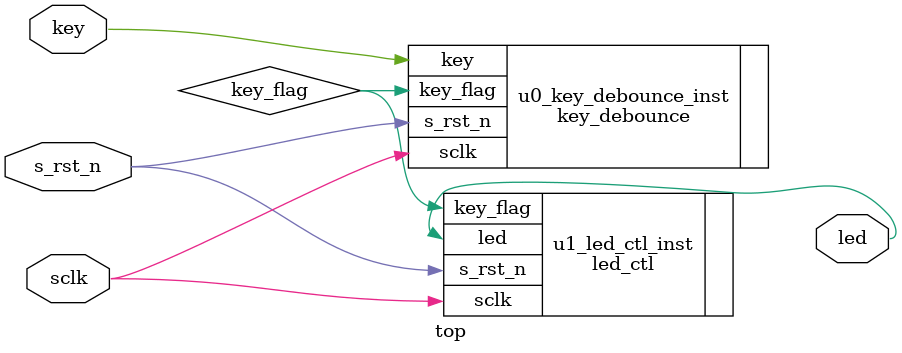
<source format=v>
module top(
    input                   sclk                    ,
    input                   s_rst_n                 ,
    input                   key                     ,
    output wire             led                  

);
wire  key_flag;


key_debounce u0_key_debounce_inst(
    .sclk       (sclk                     )          ,
    .s_rst_n    (s_rst_n                  )          ,
    .key        (key                      )          ,
    .key_flag   (key_flag                 )     
);

led_ctl u1_led_ctl_inst(
    .sclk       (sclk                     )           ,
    .s_rst_n    (s_rst_n                  )           ,    
    .key_flag   (key_flag                 )           ,
    .led        (led                      )           

);

endmodule
</source>
